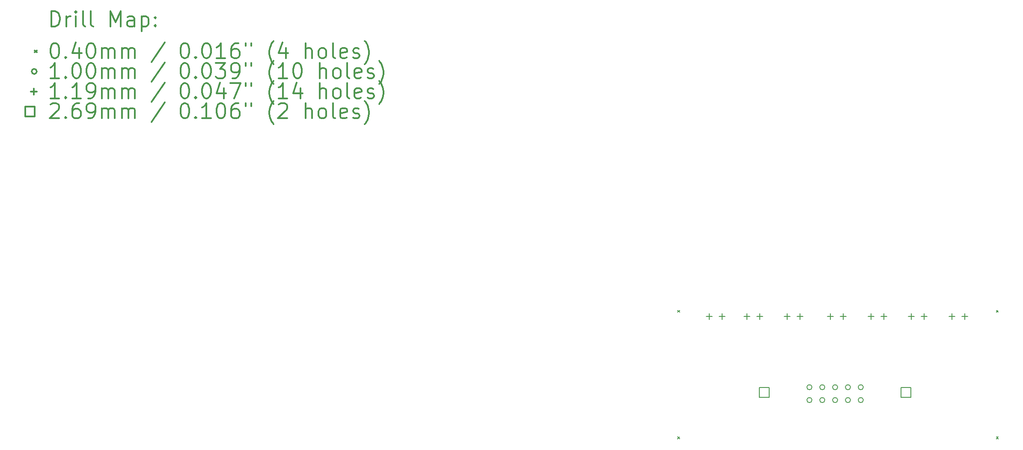
<source format=gbr>
%FSLAX45Y45*%
G04 Gerber Fmt 4.5, Leading zero omitted, Abs format (unit mm)*
G04 Created by KiCad (PCBNEW 5.1.9) date 2021-06-11 19:55:22*
%MOMM*%
%LPD*%
G01*
G04 APERTURE LIST*
%ADD10C,0.200000*%
%ADD11C,0.300000*%
G04 APERTURE END LIST*
D10*
X12680000Y-6080000D02*
X12720000Y-6120000D01*
X12720000Y-6080000D02*
X12680000Y-6120000D01*
X12680000Y-8580000D02*
X12720000Y-8620000D01*
X12720000Y-8580000D02*
X12680000Y-8620000D01*
X18980000Y-6080000D02*
X19020000Y-6120000D01*
X19020000Y-6080000D02*
X18980000Y-6120000D01*
X18980000Y-8580000D02*
X19020000Y-8620000D01*
X19020000Y-8580000D02*
X18980000Y-8620000D01*
X15334000Y-7600000D02*
G75*
G03*
X15334000Y-7600000I-50000J0D01*
G01*
X15334000Y-7854000D02*
G75*
G03*
X15334000Y-7854000I-50000J0D01*
G01*
X15588000Y-7600000D02*
G75*
G03*
X15588000Y-7600000I-50000J0D01*
G01*
X15588000Y-7854000D02*
G75*
G03*
X15588000Y-7854000I-50000J0D01*
G01*
X15842000Y-7600000D02*
G75*
G03*
X15842000Y-7600000I-50000J0D01*
G01*
X15842000Y-7854000D02*
G75*
G03*
X15842000Y-7854000I-50000J0D01*
G01*
X16096000Y-7600000D02*
G75*
G03*
X16096000Y-7600000I-50000J0D01*
G01*
X16096000Y-7854000D02*
G75*
G03*
X16096000Y-7854000I-50000J0D01*
G01*
X16350000Y-7600000D02*
G75*
G03*
X16350000Y-7600000I-50000J0D01*
G01*
X16350000Y-7854000D02*
G75*
G03*
X16350000Y-7854000I-50000J0D01*
G01*
X13300000Y-6140500D02*
X13300000Y-6259500D01*
X13240500Y-6200000D02*
X13359500Y-6200000D01*
X13554000Y-6140500D02*
X13554000Y-6259500D01*
X13494500Y-6200000D02*
X13613500Y-6200000D01*
X14046000Y-6140500D02*
X14046000Y-6259500D01*
X13986500Y-6200000D02*
X14105500Y-6200000D01*
X14300000Y-6140500D02*
X14300000Y-6259500D01*
X14240500Y-6200000D02*
X14359500Y-6200000D01*
X14846000Y-6140500D02*
X14846000Y-6259500D01*
X14786500Y-6200000D02*
X14905500Y-6200000D01*
X15100000Y-6140500D02*
X15100000Y-6259500D01*
X15040500Y-6200000D02*
X15159500Y-6200000D01*
X15700000Y-6140500D02*
X15700000Y-6259500D01*
X15640500Y-6200000D02*
X15759500Y-6200000D01*
X15954000Y-6140500D02*
X15954000Y-6259500D01*
X15894500Y-6200000D02*
X16013500Y-6200000D01*
X16500000Y-6140500D02*
X16500000Y-6259500D01*
X16440500Y-6200000D02*
X16559500Y-6200000D01*
X16754000Y-6140500D02*
X16754000Y-6259500D01*
X16694500Y-6200000D02*
X16813500Y-6200000D01*
X17300000Y-6140500D02*
X17300000Y-6259500D01*
X17240500Y-6200000D02*
X17359500Y-6200000D01*
X17554000Y-6140500D02*
X17554000Y-6259500D01*
X17494500Y-6200000D02*
X17613500Y-6200000D01*
X18100000Y-6140500D02*
X18100000Y-6259500D01*
X18040500Y-6200000D02*
X18159500Y-6200000D01*
X18354000Y-6140500D02*
X18354000Y-6259500D01*
X18294500Y-6200000D02*
X18413500Y-6200000D01*
X14485107Y-7797107D02*
X14485107Y-7606893D01*
X14294893Y-7606893D01*
X14294893Y-7797107D01*
X14485107Y-7797107D01*
X17289107Y-7797107D02*
X17289107Y-7606893D01*
X17098893Y-7606893D01*
X17098893Y-7797107D01*
X17289107Y-7797107D01*
D11*
X286429Y-465714D02*
X286429Y-165714D01*
X357857Y-165714D01*
X400714Y-180000D01*
X429286Y-208571D01*
X443571Y-237143D01*
X457857Y-294286D01*
X457857Y-337143D01*
X443571Y-394286D01*
X429286Y-422857D01*
X400714Y-451428D01*
X357857Y-465714D01*
X286429Y-465714D01*
X586429Y-465714D02*
X586429Y-265714D01*
X586429Y-322857D02*
X600714Y-294286D01*
X615000Y-280000D01*
X643571Y-265714D01*
X672143Y-265714D01*
X772143Y-465714D02*
X772143Y-265714D01*
X772143Y-165714D02*
X757857Y-180000D01*
X772143Y-194286D01*
X786428Y-180000D01*
X772143Y-165714D01*
X772143Y-194286D01*
X957857Y-465714D02*
X929286Y-451428D01*
X915000Y-422857D01*
X915000Y-165714D01*
X1115000Y-465714D02*
X1086429Y-451428D01*
X1072143Y-422857D01*
X1072143Y-165714D01*
X1457857Y-465714D02*
X1457857Y-165714D01*
X1557857Y-380000D01*
X1657857Y-165714D01*
X1657857Y-465714D01*
X1929286Y-465714D02*
X1929286Y-308571D01*
X1915000Y-280000D01*
X1886428Y-265714D01*
X1829286Y-265714D01*
X1800714Y-280000D01*
X1929286Y-451428D02*
X1900714Y-465714D01*
X1829286Y-465714D01*
X1800714Y-451428D01*
X1786428Y-422857D01*
X1786428Y-394286D01*
X1800714Y-365714D01*
X1829286Y-351428D01*
X1900714Y-351428D01*
X1929286Y-337143D01*
X2072143Y-265714D02*
X2072143Y-565714D01*
X2072143Y-280000D02*
X2100714Y-265714D01*
X2157857Y-265714D01*
X2186429Y-280000D01*
X2200714Y-294286D01*
X2215000Y-322857D01*
X2215000Y-408571D01*
X2200714Y-437143D01*
X2186429Y-451428D01*
X2157857Y-465714D01*
X2100714Y-465714D01*
X2072143Y-451428D01*
X2343571Y-437143D02*
X2357857Y-451428D01*
X2343571Y-465714D01*
X2329286Y-451428D01*
X2343571Y-437143D01*
X2343571Y-465714D01*
X2343571Y-280000D02*
X2357857Y-294286D01*
X2343571Y-308571D01*
X2329286Y-294286D01*
X2343571Y-280000D01*
X2343571Y-308571D01*
X-40000Y-940000D02*
X0Y-980000D01*
X0Y-940000D02*
X-40000Y-980000D01*
X343571Y-795714D02*
X372143Y-795714D01*
X400714Y-810000D01*
X415000Y-824286D01*
X429286Y-852857D01*
X443571Y-910000D01*
X443571Y-981428D01*
X429286Y-1038571D01*
X415000Y-1067143D01*
X400714Y-1081429D01*
X372143Y-1095714D01*
X343571Y-1095714D01*
X315000Y-1081429D01*
X300714Y-1067143D01*
X286429Y-1038571D01*
X272143Y-981428D01*
X272143Y-910000D01*
X286429Y-852857D01*
X300714Y-824286D01*
X315000Y-810000D01*
X343571Y-795714D01*
X572143Y-1067143D02*
X586429Y-1081429D01*
X572143Y-1095714D01*
X557857Y-1081429D01*
X572143Y-1067143D01*
X572143Y-1095714D01*
X843571Y-895714D02*
X843571Y-1095714D01*
X772143Y-781428D02*
X700714Y-995714D01*
X886428Y-995714D01*
X1057857Y-795714D02*
X1086429Y-795714D01*
X1115000Y-810000D01*
X1129286Y-824286D01*
X1143571Y-852857D01*
X1157857Y-910000D01*
X1157857Y-981428D01*
X1143571Y-1038571D01*
X1129286Y-1067143D01*
X1115000Y-1081429D01*
X1086429Y-1095714D01*
X1057857Y-1095714D01*
X1029286Y-1081429D01*
X1015000Y-1067143D01*
X1000714Y-1038571D01*
X986428Y-981428D01*
X986428Y-910000D01*
X1000714Y-852857D01*
X1015000Y-824286D01*
X1029286Y-810000D01*
X1057857Y-795714D01*
X1286429Y-1095714D02*
X1286429Y-895714D01*
X1286429Y-924286D02*
X1300714Y-910000D01*
X1329286Y-895714D01*
X1372143Y-895714D01*
X1400714Y-910000D01*
X1415000Y-938571D01*
X1415000Y-1095714D01*
X1415000Y-938571D02*
X1429286Y-910000D01*
X1457857Y-895714D01*
X1500714Y-895714D01*
X1529286Y-910000D01*
X1543571Y-938571D01*
X1543571Y-1095714D01*
X1686428Y-1095714D02*
X1686428Y-895714D01*
X1686428Y-924286D02*
X1700714Y-910000D01*
X1729286Y-895714D01*
X1772143Y-895714D01*
X1800714Y-910000D01*
X1815000Y-938571D01*
X1815000Y-1095714D01*
X1815000Y-938571D02*
X1829286Y-910000D01*
X1857857Y-895714D01*
X1900714Y-895714D01*
X1929286Y-910000D01*
X1943571Y-938571D01*
X1943571Y-1095714D01*
X2529286Y-781428D02*
X2272143Y-1167143D01*
X2915000Y-795714D02*
X2943571Y-795714D01*
X2972143Y-810000D01*
X2986428Y-824286D01*
X3000714Y-852857D01*
X3015000Y-910000D01*
X3015000Y-981428D01*
X3000714Y-1038571D01*
X2986428Y-1067143D01*
X2972143Y-1081429D01*
X2943571Y-1095714D01*
X2915000Y-1095714D01*
X2886428Y-1081429D01*
X2872143Y-1067143D01*
X2857857Y-1038571D01*
X2843571Y-981428D01*
X2843571Y-910000D01*
X2857857Y-852857D01*
X2872143Y-824286D01*
X2886428Y-810000D01*
X2915000Y-795714D01*
X3143571Y-1067143D02*
X3157857Y-1081429D01*
X3143571Y-1095714D01*
X3129286Y-1081429D01*
X3143571Y-1067143D01*
X3143571Y-1095714D01*
X3343571Y-795714D02*
X3372143Y-795714D01*
X3400714Y-810000D01*
X3415000Y-824286D01*
X3429286Y-852857D01*
X3443571Y-910000D01*
X3443571Y-981428D01*
X3429286Y-1038571D01*
X3415000Y-1067143D01*
X3400714Y-1081429D01*
X3372143Y-1095714D01*
X3343571Y-1095714D01*
X3315000Y-1081429D01*
X3300714Y-1067143D01*
X3286428Y-1038571D01*
X3272143Y-981428D01*
X3272143Y-910000D01*
X3286428Y-852857D01*
X3300714Y-824286D01*
X3315000Y-810000D01*
X3343571Y-795714D01*
X3729286Y-1095714D02*
X3557857Y-1095714D01*
X3643571Y-1095714D02*
X3643571Y-795714D01*
X3615000Y-838571D01*
X3586428Y-867143D01*
X3557857Y-881428D01*
X3986428Y-795714D02*
X3929286Y-795714D01*
X3900714Y-810000D01*
X3886428Y-824286D01*
X3857857Y-867143D01*
X3843571Y-924286D01*
X3843571Y-1038571D01*
X3857857Y-1067143D01*
X3872143Y-1081429D01*
X3900714Y-1095714D01*
X3957857Y-1095714D01*
X3986428Y-1081429D01*
X4000714Y-1067143D01*
X4015000Y-1038571D01*
X4015000Y-967143D01*
X4000714Y-938571D01*
X3986428Y-924286D01*
X3957857Y-910000D01*
X3900714Y-910000D01*
X3872143Y-924286D01*
X3857857Y-938571D01*
X3843571Y-967143D01*
X4129286Y-795714D02*
X4129286Y-852857D01*
X4243571Y-795714D02*
X4243571Y-852857D01*
X4686429Y-1210000D02*
X4672143Y-1195714D01*
X4643571Y-1152857D01*
X4629286Y-1124286D01*
X4615000Y-1081429D01*
X4600714Y-1010000D01*
X4600714Y-952857D01*
X4615000Y-881428D01*
X4629286Y-838571D01*
X4643571Y-810000D01*
X4672143Y-767143D01*
X4686429Y-752857D01*
X4929286Y-895714D02*
X4929286Y-1095714D01*
X4857857Y-781428D02*
X4786429Y-995714D01*
X4972143Y-995714D01*
X5315000Y-1095714D02*
X5315000Y-795714D01*
X5443571Y-1095714D02*
X5443571Y-938571D01*
X5429286Y-910000D01*
X5400714Y-895714D01*
X5357857Y-895714D01*
X5329286Y-910000D01*
X5315000Y-924286D01*
X5629286Y-1095714D02*
X5600714Y-1081429D01*
X5586429Y-1067143D01*
X5572143Y-1038571D01*
X5572143Y-952857D01*
X5586429Y-924286D01*
X5600714Y-910000D01*
X5629286Y-895714D01*
X5672143Y-895714D01*
X5700714Y-910000D01*
X5715000Y-924286D01*
X5729286Y-952857D01*
X5729286Y-1038571D01*
X5715000Y-1067143D01*
X5700714Y-1081429D01*
X5672143Y-1095714D01*
X5629286Y-1095714D01*
X5900714Y-1095714D02*
X5872143Y-1081429D01*
X5857857Y-1052857D01*
X5857857Y-795714D01*
X6129286Y-1081429D02*
X6100714Y-1095714D01*
X6043571Y-1095714D01*
X6015000Y-1081429D01*
X6000714Y-1052857D01*
X6000714Y-938571D01*
X6015000Y-910000D01*
X6043571Y-895714D01*
X6100714Y-895714D01*
X6129286Y-910000D01*
X6143571Y-938571D01*
X6143571Y-967143D01*
X6000714Y-995714D01*
X6257857Y-1081429D02*
X6286428Y-1095714D01*
X6343571Y-1095714D01*
X6372143Y-1081429D01*
X6386428Y-1052857D01*
X6386428Y-1038571D01*
X6372143Y-1010000D01*
X6343571Y-995714D01*
X6300714Y-995714D01*
X6272143Y-981428D01*
X6257857Y-952857D01*
X6257857Y-938571D01*
X6272143Y-910000D01*
X6300714Y-895714D01*
X6343571Y-895714D01*
X6372143Y-910000D01*
X6486428Y-1210000D02*
X6500714Y-1195714D01*
X6529286Y-1152857D01*
X6543571Y-1124286D01*
X6557857Y-1081429D01*
X6572143Y-1010000D01*
X6572143Y-952857D01*
X6557857Y-881428D01*
X6543571Y-838571D01*
X6529286Y-810000D01*
X6500714Y-767143D01*
X6486428Y-752857D01*
X0Y-1356000D02*
G75*
G03*
X0Y-1356000I-50000J0D01*
G01*
X443571Y-1491714D02*
X272143Y-1491714D01*
X357857Y-1491714D02*
X357857Y-1191714D01*
X329286Y-1234571D01*
X300714Y-1263143D01*
X272143Y-1277429D01*
X572143Y-1463143D02*
X586429Y-1477428D01*
X572143Y-1491714D01*
X557857Y-1477428D01*
X572143Y-1463143D01*
X572143Y-1491714D01*
X772143Y-1191714D02*
X800714Y-1191714D01*
X829286Y-1206000D01*
X843571Y-1220286D01*
X857857Y-1248857D01*
X872143Y-1306000D01*
X872143Y-1377429D01*
X857857Y-1434571D01*
X843571Y-1463143D01*
X829286Y-1477428D01*
X800714Y-1491714D01*
X772143Y-1491714D01*
X743571Y-1477428D01*
X729286Y-1463143D01*
X715000Y-1434571D01*
X700714Y-1377429D01*
X700714Y-1306000D01*
X715000Y-1248857D01*
X729286Y-1220286D01*
X743571Y-1206000D01*
X772143Y-1191714D01*
X1057857Y-1191714D02*
X1086429Y-1191714D01*
X1115000Y-1206000D01*
X1129286Y-1220286D01*
X1143571Y-1248857D01*
X1157857Y-1306000D01*
X1157857Y-1377429D01*
X1143571Y-1434571D01*
X1129286Y-1463143D01*
X1115000Y-1477428D01*
X1086429Y-1491714D01*
X1057857Y-1491714D01*
X1029286Y-1477428D01*
X1015000Y-1463143D01*
X1000714Y-1434571D01*
X986428Y-1377429D01*
X986428Y-1306000D01*
X1000714Y-1248857D01*
X1015000Y-1220286D01*
X1029286Y-1206000D01*
X1057857Y-1191714D01*
X1286429Y-1491714D02*
X1286429Y-1291714D01*
X1286429Y-1320286D02*
X1300714Y-1306000D01*
X1329286Y-1291714D01*
X1372143Y-1291714D01*
X1400714Y-1306000D01*
X1415000Y-1334571D01*
X1415000Y-1491714D01*
X1415000Y-1334571D02*
X1429286Y-1306000D01*
X1457857Y-1291714D01*
X1500714Y-1291714D01*
X1529286Y-1306000D01*
X1543571Y-1334571D01*
X1543571Y-1491714D01*
X1686428Y-1491714D02*
X1686428Y-1291714D01*
X1686428Y-1320286D02*
X1700714Y-1306000D01*
X1729286Y-1291714D01*
X1772143Y-1291714D01*
X1800714Y-1306000D01*
X1815000Y-1334571D01*
X1815000Y-1491714D01*
X1815000Y-1334571D02*
X1829286Y-1306000D01*
X1857857Y-1291714D01*
X1900714Y-1291714D01*
X1929286Y-1306000D01*
X1943571Y-1334571D01*
X1943571Y-1491714D01*
X2529286Y-1177429D02*
X2272143Y-1563143D01*
X2915000Y-1191714D02*
X2943571Y-1191714D01*
X2972143Y-1206000D01*
X2986428Y-1220286D01*
X3000714Y-1248857D01*
X3015000Y-1306000D01*
X3015000Y-1377429D01*
X3000714Y-1434571D01*
X2986428Y-1463143D01*
X2972143Y-1477428D01*
X2943571Y-1491714D01*
X2915000Y-1491714D01*
X2886428Y-1477428D01*
X2872143Y-1463143D01*
X2857857Y-1434571D01*
X2843571Y-1377429D01*
X2843571Y-1306000D01*
X2857857Y-1248857D01*
X2872143Y-1220286D01*
X2886428Y-1206000D01*
X2915000Y-1191714D01*
X3143571Y-1463143D02*
X3157857Y-1477428D01*
X3143571Y-1491714D01*
X3129286Y-1477428D01*
X3143571Y-1463143D01*
X3143571Y-1491714D01*
X3343571Y-1191714D02*
X3372143Y-1191714D01*
X3400714Y-1206000D01*
X3415000Y-1220286D01*
X3429286Y-1248857D01*
X3443571Y-1306000D01*
X3443571Y-1377429D01*
X3429286Y-1434571D01*
X3415000Y-1463143D01*
X3400714Y-1477428D01*
X3372143Y-1491714D01*
X3343571Y-1491714D01*
X3315000Y-1477428D01*
X3300714Y-1463143D01*
X3286428Y-1434571D01*
X3272143Y-1377429D01*
X3272143Y-1306000D01*
X3286428Y-1248857D01*
X3300714Y-1220286D01*
X3315000Y-1206000D01*
X3343571Y-1191714D01*
X3543571Y-1191714D02*
X3729286Y-1191714D01*
X3629286Y-1306000D01*
X3672143Y-1306000D01*
X3700714Y-1320286D01*
X3715000Y-1334571D01*
X3729286Y-1363143D01*
X3729286Y-1434571D01*
X3715000Y-1463143D01*
X3700714Y-1477428D01*
X3672143Y-1491714D01*
X3586428Y-1491714D01*
X3557857Y-1477428D01*
X3543571Y-1463143D01*
X3872143Y-1491714D02*
X3929286Y-1491714D01*
X3957857Y-1477428D01*
X3972143Y-1463143D01*
X4000714Y-1420286D01*
X4015000Y-1363143D01*
X4015000Y-1248857D01*
X4000714Y-1220286D01*
X3986428Y-1206000D01*
X3957857Y-1191714D01*
X3900714Y-1191714D01*
X3872143Y-1206000D01*
X3857857Y-1220286D01*
X3843571Y-1248857D01*
X3843571Y-1320286D01*
X3857857Y-1348857D01*
X3872143Y-1363143D01*
X3900714Y-1377429D01*
X3957857Y-1377429D01*
X3986428Y-1363143D01*
X4000714Y-1348857D01*
X4015000Y-1320286D01*
X4129286Y-1191714D02*
X4129286Y-1248857D01*
X4243571Y-1191714D02*
X4243571Y-1248857D01*
X4686429Y-1606000D02*
X4672143Y-1591714D01*
X4643571Y-1548857D01*
X4629286Y-1520286D01*
X4615000Y-1477428D01*
X4600714Y-1406000D01*
X4600714Y-1348857D01*
X4615000Y-1277429D01*
X4629286Y-1234571D01*
X4643571Y-1206000D01*
X4672143Y-1163143D01*
X4686429Y-1148857D01*
X4957857Y-1491714D02*
X4786429Y-1491714D01*
X4872143Y-1491714D02*
X4872143Y-1191714D01*
X4843571Y-1234571D01*
X4815000Y-1263143D01*
X4786429Y-1277429D01*
X5143571Y-1191714D02*
X5172143Y-1191714D01*
X5200714Y-1206000D01*
X5215000Y-1220286D01*
X5229286Y-1248857D01*
X5243571Y-1306000D01*
X5243571Y-1377429D01*
X5229286Y-1434571D01*
X5215000Y-1463143D01*
X5200714Y-1477428D01*
X5172143Y-1491714D01*
X5143571Y-1491714D01*
X5115000Y-1477428D01*
X5100714Y-1463143D01*
X5086429Y-1434571D01*
X5072143Y-1377429D01*
X5072143Y-1306000D01*
X5086429Y-1248857D01*
X5100714Y-1220286D01*
X5115000Y-1206000D01*
X5143571Y-1191714D01*
X5600714Y-1491714D02*
X5600714Y-1191714D01*
X5729286Y-1491714D02*
X5729286Y-1334571D01*
X5715000Y-1306000D01*
X5686428Y-1291714D01*
X5643571Y-1291714D01*
X5615000Y-1306000D01*
X5600714Y-1320286D01*
X5915000Y-1491714D02*
X5886428Y-1477428D01*
X5872143Y-1463143D01*
X5857857Y-1434571D01*
X5857857Y-1348857D01*
X5872143Y-1320286D01*
X5886428Y-1306000D01*
X5915000Y-1291714D01*
X5957857Y-1291714D01*
X5986428Y-1306000D01*
X6000714Y-1320286D01*
X6015000Y-1348857D01*
X6015000Y-1434571D01*
X6000714Y-1463143D01*
X5986428Y-1477428D01*
X5957857Y-1491714D01*
X5915000Y-1491714D01*
X6186428Y-1491714D02*
X6157857Y-1477428D01*
X6143571Y-1448857D01*
X6143571Y-1191714D01*
X6415000Y-1477428D02*
X6386428Y-1491714D01*
X6329286Y-1491714D01*
X6300714Y-1477428D01*
X6286428Y-1448857D01*
X6286428Y-1334571D01*
X6300714Y-1306000D01*
X6329286Y-1291714D01*
X6386428Y-1291714D01*
X6415000Y-1306000D01*
X6429286Y-1334571D01*
X6429286Y-1363143D01*
X6286428Y-1391714D01*
X6543571Y-1477428D02*
X6572143Y-1491714D01*
X6629286Y-1491714D01*
X6657857Y-1477428D01*
X6672143Y-1448857D01*
X6672143Y-1434571D01*
X6657857Y-1406000D01*
X6629286Y-1391714D01*
X6586428Y-1391714D01*
X6557857Y-1377429D01*
X6543571Y-1348857D01*
X6543571Y-1334571D01*
X6557857Y-1306000D01*
X6586428Y-1291714D01*
X6629286Y-1291714D01*
X6657857Y-1306000D01*
X6772143Y-1606000D02*
X6786428Y-1591714D01*
X6815000Y-1548857D01*
X6829286Y-1520286D01*
X6843571Y-1477428D01*
X6857857Y-1406000D01*
X6857857Y-1348857D01*
X6843571Y-1277429D01*
X6829286Y-1234571D01*
X6815000Y-1206000D01*
X6786428Y-1163143D01*
X6772143Y-1148857D01*
X-59500Y-1692500D02*
X-59500Y-1811500D01*
X-119000Y-1752000D02*
X0Y-1752000D01*
X443571Y-1887714D02*
X272143Y-1887714D01*
X357857Y-1887714D02*
X357857Y-1587714D01*
X329286Y-1630571D01*
X300714Y-1659143D01*
X272143Y-1673428D01*
X572143Y-1859143D02*
X586429Y-1873428D01*
X572143Y-1887714D01*
X557857Y-1873428D01*
X572143Y-1859143D01*
X572143Y-1887714D01*
X872143Y-1887714D02*
X700714Y-1887714D01*
X786428Y-1887714D02*
X786428Y-1587714D01*
X757857Y-1630571D01*
X729286Y-1659143D01*
X700714Y-1673428D01*
X1015000Y-1887714D02*
X1072143Y-1887714D01*
X1100714Y-1873428D01*
X1115000Y-1859143D01*
X1143571Y-1816286D01*
X1157857Y-1759143D01*
X1157857Y-1644857D01*
X1143571Y-1616286D01*
X1129286Y-1602000D01*
X1100714Y-1587714D01*
X1043571Y-1587714D01*
X1015000Y-1602000D01*
X1000714Y-1616286D01*
X986428Y-1644857D01*
X986428Y-1716286D01*
X1000714Y-1744857D01*
X1015000Y-1759143D01*
X1043571Y-1773428D01*
X1100714Y-1773428D01*
X1129286Y-1759143D01*
X1143571Y-1744857D01*
X1157857Y-1716286D01*
X1286429Y-1887714D02*
X1286429Y-1687714D01*
X1286429Y-1716286D02*
X1300714Y-1702000D01*
X1329286Y-1687714D01*
X1372143Y-1687714D01*
X1400714Y-1702000D01*
X1415000Y-1730571D01*
X1415000Y-1887714D01*
X1415000Y-1730571D02*
X1429286Y-1702000D01*
X1457857Y-1687714D01*
X1500714Y-1687714D01*
X1529286Y-1702000D01*
X1543571Y-1730571D01*
X1543571Y-1887714D01*
X1686428Y-1887714D02*
X1686428Y-1687714D01*
X1686428Y-1716286D02*
X1700714Y-1702000D01*
X1729286Y-1687714D01*
X1772143Y-1687714D01*
X1800714Y-1702000D01*
X1815000Y-1730571D01*
X1815000Y-1887714D01*
X1815000Y-1730571D02*
X1829286Y-1702000D01*
X1857857Y-1687714D01*
X1900714Y-1687714D01*
X1929286Y-1702000D01*
X1943571Y-1730571D01*
X1943571Y-1887714D01*
X2529286Y-1573428D02*
X2272143Y-1959143D01*
X2915000Y-1587714D02*
X2943571Y-1587714D01*
X2972143Y-1602000D01*
X2986428Y-1616286D01*
X3000714Y-1644857D01*
X3015000Y-1702000D01*
X3015000Y-1773428D01*
X3000714Y-1830571D01*
X2986428Y-1859143D01*
X2972143Y-1873428D01*
X2943571Y-1887714D01*
X2915000Y-1887714D01*
X2886428Y-1873428D01*
X2872143Y-1859143D01*
X2857857Y-1830571D01*
X2843571Y-1773428D01*
X2843571Y-1702000D01*
X2857857Y-1644857D01*
X2872143Y-1616286D01*
X2886428Y-1602000D01*
X2915000Y-1587714D01*
X3143571Y-1859143D02*
X3157857Y-1873428D01*
X3143571Y-1887714D01*
X3129286Y-1873428D01*
X3143571Y-1859143D01*
X3143571Y-1887714D01*
X3343571Y-1587714D02*
X3372143Y-1587714D01*
X3400714Y-1602000D01*
X3415000Y-1616286D01*
X3429286Y-1644857D01*
X3443571Y-1702000D01*
X3443571Y-1773428D01*
X3429286Y-1830571D01*
X3415000Y-1859143D01*
X3400714Y-1873428D01*
X3372143Y-1887714D01*
X3343571Y-1887714D01*
X3315000Y-1873428D01*
X3300714Y-1859143D01*
X3286428Y-1830571D01*
X3272143Y-1773428D01*
X3272143Y-1702000D01*
X3286428Y-1644857D01*
X3300714Y-1616286D01*
X3315000Y-1602000D01*
X3343571Y-1587714D01*
X3700714Y-1687714D02*
X3700714Y-1887714D01*
X3629286Y-1573428D02*
X3557857Y-1787714D01*
X3743571Y-1787714D01*
X3829286Y-1587714D02*
X4029286Y-1587714D01*
X3900714Y-1887714D01*
X4129286Y-1587714D02*
X4129286Y-1644857D01*
X4243571Y-1587714D02*
X4243571Y-1644857D01*
X4686429Y-2002000D02*
X4672143Y-1987714D01*
X4643571Y-1944857D01*
X4629286Y-1916286D01*
X4615000Y-1873428D01*
X4600714Y-1802000D01*
X4600714Y-1744857D01*
X4615000Y-1673428D01*
X4629286Y-1630571D01*
X4643571Y-1602000D01*
X4672143Y-1559143D01*
X4686429Y-1544857D01*
X4957857Y-1887714D02*
X4786429Y-1887714D01*
X4872143Y-1887714D02*
X4872143Y-1587714D01*
X4843571Y-1630571D01*
X4815000Y-1659143D01*
X4786429Y-1673428D01*
X5215000Y-1687714D02*
X5215000Y-1887714D01*
X5143571Y-1573428D02*
X5072143Y-1787714D01*
X5257857Y-1787714D01*
X5600714Y-1887714D02*
X5600714Y-1587714D01*
X5729286Y-1887714D02*
X5729286Y-1730571D01*
X5715000Y-1702000D01*
X5686428Y-1687714D01*
X5643571Y-1687714D01*
X5615000Y-1702000D01*
X5600714Y-1716286D01*
X5915000Y-1887714D02*
X5886428Y-1873428D01*
X5872143Y-1859143D01*
X5857857Y-1830571D01*
X5857857Y-1744857D01*
X5872143Y-1716286D01*
X5886428Y-1702000D01*
X5915000Y-1687714D01*
X5957857Y-1687714D01*
X5986428Y-1702000D01*
X6000714Y-1716286D01*
X6015000Y-1744857D01*
X6015000Y-1830571D01*
X6000714Y-1859143D01*
X5986428Y-1873428D01*
X5957857Y-1887714D01*
X5915000Y-1887714D01*
X6186428Y-1887714D02*
X6157857Y-1873428D01*
X6143571Y-1844857D01*
X6143571Y-1587714D01*
X6415000Y-1873428D02*
X6386428Y-1887714D01*
X6329286Y-1887714D01*
X6300714Y-1873428D01*
X6286428Y-1844857D01*
X6286428Y-1730571D01*
X6300714Y-1702000D01*
X6329286Y-1687714D01*
X6386428Y-1687714D01*
X6415000Y-1702000D01*
X6429286Y-1730571D01*
X6429286Y-1759143D01*
X6286428Y-1787714D01*
X6543571Y-1873428D02*
X6572143Y-1887714D01*
X6629286Y-1887714D01*
X6657857Y-1873428D01*
X6672143Y-1844857D01*
X6672143Y-1830571D01*
X6657857Y-1802000D01*
X6629286Y-1787714D01*
X6586428Y-1787714D01*
X6557857Y-1773428D01*
X6543571Y-1744857D01*
X6543571Y-1730571D01*
X6557857Y-1702000D01*
X6586428Y-1687714D01*
X6629286Y-1687714D01*
X6657857Y-1702000D01*
X6772143Y-2002000D02*
X6786428Y-1987714D01*
X6815000Y-1944857D01*
X6829286Y-1916286D01*
X6843571Y-1873428D01*
X6857857Y-1802000D01*
X6857857Y-1744857D01*
X6843571Y-1673428D01*
X6829286Y-1630571D01*
X6815000Y-1602000D01*
X6786428Y-1559143D01*
X6772143Y-1544857D01*
X-39393Y-2243107D02*
X-39393Y-2052893D01*
X-229607Y-2052893D01*
X-229607Y-2243107D01*
X-39393Y-2243107D01*
X272143Y-2012286D02*
X286429Y-1998000D01*
X315000Y-1983714D01*
X386428Y-1983714D01*
X415000Y-1998000D01*
X429286Y-2012286D01*
X443571Y-2040857D01*
X443571Y-2069428D01*
X429286Y-2112286D01*
X257857Y-2283714D01*
X443571Y-2283714D01*
X572143Y-2255143D02*
X586429Y-2269429D01*
X572143Y-2283714D01*
X557857Y-2269429D01*
X572143Y-2255143D01*
X572143Y-2283714D01*
X843571Y-1983714D02*
X786428Y-1983714D01*
X757857Y-1998000D01*
X743571Y-2012286D01*
X715000Y-2055143D01*
X700714Y-2112286D01*
X700714Y-2226571D01*
X715000Y-2255143D01*
X729286Y-2269429D01*
X757857Y-2283714D01*
X815000Y-2283714D01*
X843571Y-2269429D01*
X857857Y-2255143D01*
X872143Y-2226571D01*
X872143Y-2155143D01*
X857857Y-2126571D01*
X843571Y-2112286D01*
X815000Y-2098000D01*
X757857Y-2098000D01*
X729286Y-2112286D01*
X715000Y-2126571D01*
X700714Y-2155143D01*
X1015000Y-2283714D02*
X1072143Y-2283714D01*
X1100714Y-2269429D01*
X1115000Y-2255143D01*
X1143571Y-2212286D01*
X1157857Y-2155143D01*
X1157857Y-2040857D01*
X1143571Y-2012286D01*
X1129286Y-1998000D01*
X1100714Y-1983714D01*
X1043571Y-1983714D01*
X1015000Y-1998000D01*
X1000714Y-2012286D01*
X986428Y-2040857D01*
X986428Y-2112286D01*
X1000714Y-2140857D01*
X1015000Y-2155143D01*
X1043571Y-2169429D01*
X1100714Y-2169429D01*
X1129286Y-2155143D01*
X1143571Y-2140857D01*
X1157857Y-2112286D01*
X1286429Y-2283714D02*
X1286429Y-2083714D01*
X1286429Y-2112286D02*
X1300714Y-2098000D01*
X1329286Y-2083714D01*
X1372143Y-2083714D01*
X1400714Y-2098000D01*
X1415000Y-2126571D01*
X1415000Y-2283714D01*
X1415000Y-2126571D02*
X1429286Y-2098000D01*
X1457857Y-2083714D01*
X1500714Y-2083714D01*
X1529286Y-2098000D01*
X1543571Y-2126571D01*
X1543571Y-2283714D01*
X1686428Y-2283714D02*
X1686428Y-2083714D01*
X1686428Y-2112286D02*
X1700714Y-2098000D01*
X1729286Y-2083714D01*
X1772143Y-2083714D01*
X1800714Y-2098000D01*
X1815000Y-2126571D01*
X1815000Y-2283714D01*
X1815000Y-2126571D02*
X1829286Y-2098000D01*
X1857857Y-2083714D01*
X1900714Y-2083714D01*
X1929286Y-2098000D01*
X1943571Y-2126571D01*
X1943571Y-2283714D01*
X2529286Y-1969428D02*
X2272143Y-2355143D01*
X2915000Y-1983714D02*
X2943571Y-1983714D01*
X2972143Y-1998000D01*
X2986428Y-2012286D01*
X3000714Y-2040857D01*
X3015000Y-2098000D01*
X3015000Y-2169429D01*
X3000714Y-2226571D01*
X2986428Y-2255143D01*
X2972143Y-2269429D01*
X2943571Y-2283714D01*
X2915000Y-2283714D01*
X2886428Y-2269429D01*
X2872143Y-2255143D01*
X2857857Y-2226571D01*
X2843571Y-2169429D01*
X2843571Y-2098000D01*
X2857857Y-2040857D01*
X2872143Y-2012286D01*
X2886428Y-1998000D01*
X2915000Y-1983714D01*
X3143571Y-2255143D02*
X3157857Y-2269429D01*
X3143571Y-2283714D01*
X3129286Y-2269429D01*
X3143571Y-2255143D01*
X3143571Y-2283714D01*
X3443571Y-2283714D02*
X3272143Y-2283714D01*
X3357857Y-2283714D02*
X3357857Y-1983714D01*
X3329286Y-2026571D01*
X3300714Y-2055143D01*
X3272143Y-2069428D01*
X3629286Y-1983714D02*
X3657857Y-1983714D01*
X3686428Y-1998000D01*
X3700714Y-2012286D01*
X3715000Y-2040857D01*
X3729286Y-2098000D01*
X3729286Y-2169429D01*
X3715000Y-2226571D01*
X3700714Y-2255143D01*
X3686428Y-2269429D01*
X3657857Y-2283714D01*
X3629286Y-2283714D01*
X3600714Y-2269429D01*
X3586428Y-2255143D01*
X3572143Y-2226571D01*
X3557857Y-2169429D01*
X3557857Y-2098000D01*
X3572143Y-2040857D01*
X3586428Y-2012286D01*
X3600714Y-1998000D01*
X3629286Y-1983714D01*
X3986428Y-1983714D02*
X3929286Y-1983714D01*
X3900714Y-1998000D01*
X3886428Y-2012286D01*
X3857857Y-2055143D01*
X3843571Y-2112286D01*
X3843571Y-2226571D01*
X3857857Y-2255143D01*
X3872143Y-2269429D01*
X3900714Y-2283714D01*
X3957857Y-2283714D01*
X3986428Y-2269429D01*
X4000714Y-2255143D01*
X4015000Y-2226571D01*
X4015000Y-2155143D01*
X4000714Y-2126571D01*
X3986428Y-2112286D01*
X3957857Y-2098000D01*
X3900714Y-2098000D01*
X3872143Y-2112286D01*
X3857857Y-2126571D01*
X3843571Y-2155143D01*
X4129286Y-1983714D02*
X4129286Y-2040857D01*
X4243571Y-1983714D02*
X4243571Y-2040857D01*
X4686429Y-2398000D02*
X4672143Y-2383714D01*
X4643571Y-2340857D01*
X4629286Y-2312286D01*
X4615000Y-2269429D01*
X4600714Y-2198000D01*
X4600714Y-2140857D01*
X4615000Y-2069428D01*
X4629286Y-2026571D01*
X4643571Y-1998000D01*
X4672143Y-1955143D01*
X4686429Y-1940857D01*
X4786429Y-2012286D02*
X4800714Y-1998000D01*
X4829286Y-1983714D01*
X4900714Y-1983714D01*
X4929286Y-1998000D01*
X4943571Y-2012286D01*
X4957857Y-2040857D01*
X4957857Y-2069428D01*
X4943571Y-2112286D01*
X4772143Y-2283714D01*
X4957857Y-2283714D01*
X5315000Y-2283714D02*
X5315000Y-1983714D01*
X5443571Y-2283714D02*
X5443571Y-2126571D01*
X5429286Y-2098000D01*
X5400714Y-2083714D01*
X5357857Y-2083714D01*
X5329286Y-2098000D01*
X5315000Y-2112286D01*
X5629286Y-2283714D02*
X5600714Y-2269429D01*
X5586429Y-2255143D01*
X5572143Y-2226571D01*
X5572143Y-2140857D01*
X5586429Y-2112286D01*
X5600714Y-2098000D01*
X5629286Y-2083714D01*
X5672143Y-2083714D01*
X5700714Y-2098000D01*
X5715000Y-2112286D01*
X5729286Y-2140857D01*
X5729286Y-2226571D01*
X5715000Y-2255143D01*
X5700714Y-2269429D01*
X5672143Y-2283714D01*
X5629286Y-2283714D01*
X5900714Y-2283714D02*
X5872143Y-2269429D01*
X5857857Y-2240857D01*
X5857857Y-1983714D01*
X6129286Y-2269429D02*
X6100714Y-2283714D01*
X6043571Y-2283714D01*
X6015000Y-2269429D01*
X6000714Y-2240857D01*
X6000714Y-2126571D01*
X6015000Y-2098000D01*
X6043571Y-2083714D01*
X6100714Y-2083714D01*
X6129286Y-2098000D01*
X6143571Y-2126571D01*
X6143571Y-2155143D01*
X6000714Y-2183714D01*
X6257857Y-2269429D02*
X6286428Y-2283714D01*
X6343571Y-2283714D01*
X6372143Y-2269429D01*
X6386428Y-2240857D01*
X6386428Y-2226571D01*
X6372143Y-2198000D01*
X6343571Y-2183714D01*
X6300714Y-2183714D01*
X6272143Y-2169429D01*
X6257857Y-2140857D01*
X6257857Y-2126571D01*
X6272143Y-2098000D01*
X6300714Y-2083714D01*
X6343571Y-2083714D01*
X6372143Y-2098000D01*
X6486428Y-2398000D02*
X6500714Y-2383714D01*
X6529286Y-2340857D01*
X6543571Y-2312286D01*
X6557857Y-2269429D01*
X6572143Y-2198000D01*
X6572143Y-2140857D01*
X6557857Y-2069428D01*
X6543571Y-2026571D01*
X6529286Y-1998000D01*
X6500714Y-1955143D01*
X6486428Y-1940857D01*
M02*

</source>
